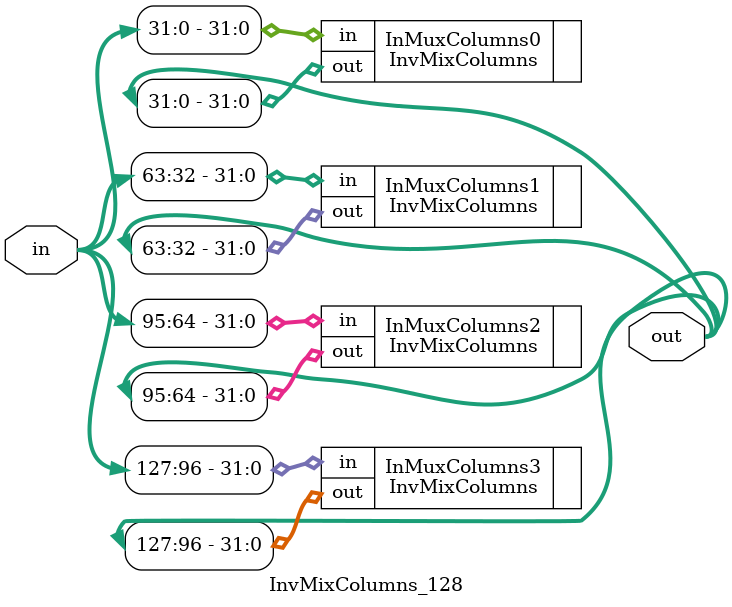
<source format=sv>
module InvMixColumns_128 ( input[127:0] in,
						output logic [127:0] out );
					 
					 
InvMixColumns InMuxColumns0(.in(in[31:0]),.out(out[31:0]));
InvMixColumns InMuxColumns1(.in(in[63:32]),.out(out[63:32]));
InvMixColumns InMuxColumns2(.in(in[95:64]),.out(out[95:64]));
InvMixColumns InMuxColumns3(.in(in[127:96]),.out(out[127:96]));

endmodule
</source>
